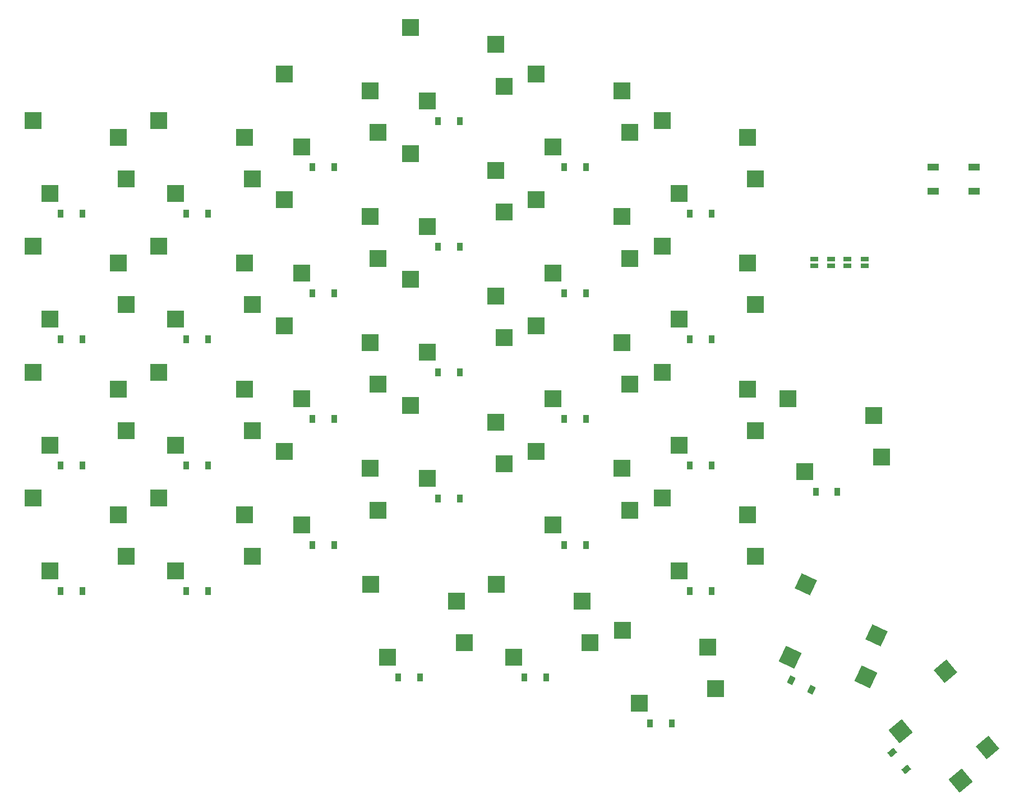
<source format=gbr>
%TF.GenerationSoftware,KiCad,Pcbnew,(6.0.10)*%
%TF.CreationDate,2023-02-13T20:56:48+01:00*%
%TF.ProjectId,insequor58_Moon60NOi2c,696e7365-7175-46f7-9235-38484d6f6f6e,v1.0.0*%
%TF.SameCoordinates,Original*%
%TF.FileFunction,Paste,Top*%
%TF.FilePolarity,Positive*%
%FSLAX46Y46*%
G04 Gerber Fmt 4.6, Leading zero omitted, Abs format (unit mm)*
G04 Created by KiCad (PCBNEW (6.0.10)) date 2023-02-13 20:56:48*
%MOMM*%
%LPD*%
G01*
G04 APERTURE LIST*
G04 Aperture macros list*
%AMRotRect*
0 Rectangle, with rotation*
0 The origin of the aperture is its center*
0 $1 length*
0 $2 width*
0 $3 Rotation angle, in degrees counterclockwise*
0 Add horizontal line*
21,1,$1,$2,0,0,$3*%
G04 Aperture macros list end*
%ADD10R,1.800000X1.100000*%
%ADD11R,2.550000X2.500000*%
%ADD12R,2.600000X2.600000*%
%ADD13R,1.143000X0.635000*%
%ADD14RotRect,0.900000X1.200000X130.000000*%
%ADD15RotRect,2.600000X2.600000X155.000000*%
%ADD16RotRect,2.600000X2.600000X130.000000*%
%ADD17RotRect,0.900000X1.200000X155.000000*%
%ADD18RotRect,2.550000X2.500000X155.000000*%
%ADD19RotRect,2.550000X2.500000X130.000000*%
%ADD20R,0.900000X1.200000*%
G04 APERTURE END LIST*
D10*
%TO.C,B1*%
X261060000Y-107370000D03*
X267260000Y-107370000D03*
X261060000Y-111070000D03*
X267260000Y-111070000D03*
%TD*%
D11*
%TO.C,S20*%
X176045000Y-133900000D03*
X163118000Y-131360000D03*
%TD*%
%TO.C,S30*%
X195045000Y-107900000D03*
X182118000Y-105360000D03*
%TD*%
%TO.C,S14*%
X157045000Y-121900000D03*
X144118000Y-119360000D03*
%TD*%
D12*
%TO.C,S1*%
X127685000Y-168390000D03*
X139235000Y-166190000D03*
%TD*%
D13*
%TO.C,JP6*%
X248108849Y-122269491D03*
X248108849Y-121268731D03*
%TD*%
D12*
%TO.C,S43*%
X222685000Y-149390000D03*
X234235000Y-147190000D03*
%TD*%
D11*
%TO.C,S2*%
X138045000Y-159900000D03*
X125118000Y-157360000D03*
%TD*%
D12*
%TO.C,S13*%
X146685000Y-130390000D03*
X158235000Y-128190000D03*
%TD*%
D11*
%TO.C,S32*%
X195045000Y-88900000D03*
X182118000Y-86360000D03*
%TD*%
%TO.C,S10*%
X157045000Y-159900000D03*
X144118000Y-157360000D03*
%TD*%
%TO.C,S40*%
X214045000Y-95900000D03*
X201118000Y-93360000D03*
%TD*%
%TO.C,S16*%
X157045000Y-102900000D03*
X144118000Y-100360000D03*
%TD*%
D14*
%TO.C,D30*%
X256951880Y-198318202D03*
X254830680Y-195790256D03*
%TD*%
D12*
%TO.C,S31*%
X184685000Y-97390000D03*
X196235000Y-95190000D03*
%TD*%
D11*
%TO.C,S22*%
X176045000Y-114900000D03*
X163118000Y-112360000D03*
%TD*%
D12*
%TO.C,S27*%
X184685000Y-135390000D03*
X196235000Y-133190000D03*
%TD*%
D11*
%TO.C,S34*%
X214045000Y-152900000D03*
X201118000Y-150360000D03*
%TD*%
D12*
%TO.C,S29*%
X184685000Y-116390000D03*
X196235000Y-114190000D03*
%TD*%
%TO.C,S55*%
X241685000Y-153390000D03*
X253235000Y-151190000D03*
%TD*%
%TO.C,S5*%
X127685000Y-130390000D03*
X139235000Y-128190000D03*
%TD*%
D15*
%TO.C,S57*%
X239477263Y-181448457D03*
X250874878Y-184335820D03*
%TD*%
D12*
%TO.C,S15*%
X146685000Y-111390000D03*
X158235000Y-109190000D03*
%TD*%
%TO.C,S21*%
X165685000Y-123390000D03*
X177235000Y-121190000D03*
%TD*%
%TO.C,S47*%
X222685000Y-111390000D03*
X234235000Y-109190000D03*
%TD*%
D11*
%TO.C,S42*%
X233045000Y-159900000D03*
X220118000Y-157360000D03*
%TD*%
%TO.C,S6*%
X138045000Y-121900000D03*
X125118000Y-119360000D03*
%TD*%
D13*
%TO.C,JP5*%
X250716848Y-122269491D03*
X250716848Y-121268731D03*
%TD*%
D12*
%TO.C,S49*%
X178685000Y-181390000D03*
X190235000Y-179190000D03*
%TD*%
%TO.C,S23*%
X165685000Y-104390000D03*
X177235000Y-102190000D03*
%TD*%
D11*
%TO.C,S18*%
X176045000Y-152900000D03*
X163118000Y-150360000D03*
%TD*%
D12*
%TO.C,S45*%
X222685000Y-130390000D03*
X234235000Y-128190000D03*
%TD*%
%TO.C,S33*%
X203685000Y-161390000D03*
X215235000Y-159190000D03*
%TD*%
%TO.C,S37*%
X203685000Y-123390000D03*
X215235000Y-121190000D03*
%TD*%
%TO.C,S7*%
X127685000Y-111390000D03*
X139235000Y-109190000D03*
%TD*%
D11*
%TO.C,S48*%
X233045000Y-102900000D03*
X220118000Y-100360000D03*
%TD*%
%TO.C,S44*%
X233045000Y-140900000D03*
X220118000Y-138360000D03*
%TD*%
%TO.C,S50*%
X189045000Y-172900000D03*
X176118000Y-170360000D03*
%TD*%
D12*
%TO.C,S11*%
X146685000Y-149390000D03*
X158235000Y-147190000D03*
%TD*%
D11*
%TO.C,S24*%
X176045000Y-95900000D03*
X163118000Y-93360000D03*
%TD*%
D13*
%TO.C,JP8*%
X243108849Y-122269491D03*
X243108849Y-121268731D03*
%TD*%
D12*
%TO.C,S35*%
X203685000Y-142390000D03*
X215235000Y-140190000D03*
%TD*%
D16*
%TO.C,S59*%
X256122586Y-192584932D03*
X265232081Y-200018612D03*
%TD*%
D12*
%TO.C,S17*%
X165685000Y-161390000D03*
X177235000Y-159190000D03*
%TD*%
D11*
%TO.C,S38*%
X214045000Y-114900000D03*
X201118000Y-112360000D03*
%TD*%
D12*
%TO.C,S19*%
X165685000Y-142390000D03*
X177235000Y-140190000D03*
%TD*%
D17*
%TO.C,D29*%
X242651844Y-186294090D03*
X239661028Y-184899450D03*
%TD*%
D11*
%TO.C,S54*%
X227045000Y-179900000D03*
X214118000Y-177360000D03*
%TD*%
%TO.C,S46*%
X233045000Y-121900000D03*
X220118000Y-119360000D03*
%TD*%
%TO.C,S8*%
X138045000Y-102900000D03*
X125118000Y-100360000D03*
%TD*%
%TO.C,S28*%
X195045000Y-126900000D03*
X182118000Y-124360000D03*
%TD*%
%TO.C,S56*%
X252045000Y-144900000D03*
X239118000Y-142360000D03*
%TD*%
D12*
%TO.C,S41*%
X222685000Y-168390000D03*
X234235000Y-166190000D03*
%TD*%
D11*
%TO.C,S12*%
X157045000Y-140900000D03*
X144118000Y-138360000D03*
%TD*%
D12*
%TO.C,S39*%
X203685000Y-104390000D03*
X215235000Y-102190000D03*
%TD*%
D11*
%TO.C,S36*%
X214045000Y-133900000D03*
X201118000Y-131360000D03*
%TD*%
D12*
%TO.C,S3*%
X127685000Y-149390000D03*
X139235000Y-147190000D03*
%TD*%
D11*
%TO.C,S26*%
X195045000Y-145900000D03*
X182118000Y-143360000D03*
%TD*%
D18*
%TO.C,S58*%
X252454641Y-178132229D03*
X241812251Y-170367021D03*
%TD*%
D12*
%TO.C,S25*%
X184685000Y-154390000D03*
X196235000Y-152190000D03*
%TD*%
%TO.C,S51*%
X197685000Y-181390000D03*
X209235000Y-179190000D03*
%TD*%
%TO.C,S53*%
X216685000Y-188390000D03*
X228235000Y-186190000D03*
%TD*%
%TO.C,S9*%
X146685000Y-168390000D03*
X158235000Y-166190000D03*
%TD*%
D11*
%TO.C,S4*%
X138045000Y-140900000D03*
X125118000Y-138360000D03*
%TD*%
%TO.C,S52*%
X208045000Y-172900000D03*
X195118000Y-170360000D03*
%TD*%
D13*
%TO.C,JP7*%
X245608849Y-122269491D03*
X245608849Y-121268731D03*
%TD*%
D19*
%TO.C,S60*%
X269285583Y-195063885D03*
X262922021Y-183528548D03*
%TD*%
D20*
%TO.C,D22*%
X227610000Y-152440000D03*
X224310000Y-152440000D03*
%TD*%
%TO.C,D18*%
X208610000Y-145440000D03*
X205310000Y-145440000D03*
%TD*%
%TO.C,D8*%
X151610000Y-114440000D03*
X148310000Y-114440000D03*
%TD*%
%TO.C,D3*%
X132610000Y-133440000D03*
X129310000Y-133440000D03*
%TD*%
%TO.C,D25*%
X183610000Y-184440000D03*
X180310000Y-184440000D03*
%TD*%
%TO.C,D17*%
X208610000Y-164440000D03*
X205310000Y-164440000D03*
%TD*%
%TO.C,D27*%
X221610000Y-191440000D03*
X218310000Y-191440000D03*
%TD*%
%TO.C,D2*%
X132610000Y-152440000D03*
X129310000Y-152440000D03*
%TD*%
%TO.C,D5*%
X151610000Y-171440000D03*
X148310000Y-171440000D03*
%TD*%
%TO.C,D20*%
X208610000Y-107440000D03*
X205310000Y-107440000D03*
%TD*%
%TO.C,D19*%
X208610000Y-126440000D03*
X205310000Y-126440000D03*
%TD*%
%TO.C,D7*%
X151610000Y-133440000D03*
X148310000Y-133440000D03*
%TD*%
%TO.C,D24*%
X227610000Y-114440000D03*
X224310000Y-114440000D03*
%TD*%
%TO.C,D6*%
X151610000Y-152440000D03*
X148310000Y-152440000D03*
%TD*%
%TO.C,D4*%
X132610000Y-114440000D03*
X129310000Y-114440000D03*
%TD*%
%TO.C,D23*%
X227610000Y-133440000D03*
X224310000Y-133440000D03*
%TD*%
%TO.C,D11*%
X170610000Y-126440000D03*
X167310000Y-126440000D03*
%TD*%
%TO.C,D21*%
X227610000Y-171440000D03*
X224310000Y-171440000D03*
%TD*%
%TO.C,D10*%
X170610000Y-145440000D03*
X167310000Y-145440000D03*
%TD*%
%TO.C,D1*%
X132610000Y-171440000D03*
X129310000Y-171440000D03*
%TD*%
%TO.C,D12*%
X170610000Y-107440000D03*
X167310000Y-107440000D03*
%TD*%
%TO.C,D9*%
X170610000Y-164440000D03*
X167310000Y-164440000D03*
%TD*%
%TO.C,D13*%
X189610000Y-157440000D03*
X186310000Y-157440000D03*
%TD*%
%TO.C,D26*%
X202610000Y-184440000D03*
X199310000Y-184440000D03*
%TD*%
%TO.C,D15*%
X189610000Y-119440000D03*
X186310000Y-119440000D03*
%TD*%
%TO.C,D28*%
X246610000Y-156440000D03*
X243310000Y-156440000D03*
%TD*%
%TO.C,D14*%
X189610000Y-138440000D03*
X186310000Y-138440000D03*
%TD*%
%TO.C,D16*%
X189610000Y-100440000D03*
X186310000Y-100440000D03*
%TD*%
M02*

</source>
